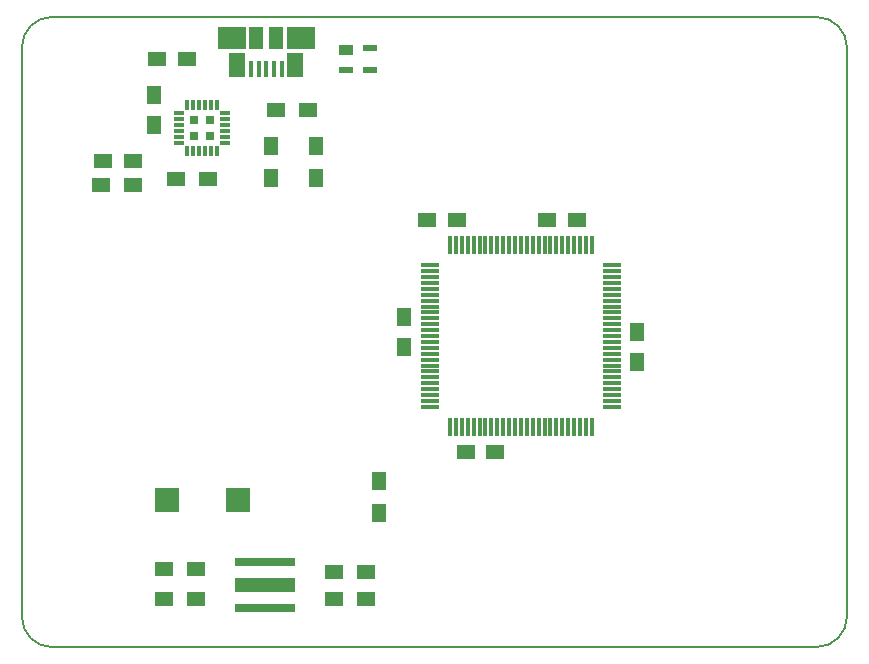
<source format=gbr>
%TF.GenerationSoftware,KiCad,Pcbnew,(5.0.0)*%
%TF.CreationDate,2019-01-27T03:15:10+01:00*%
%TF.ProjectId,AtmegaBreakout,41746D656761427265616B6F75742E6B,rev?*%
%TF.SameCoordinates,Original*%
%TF.FileFunction,Paste,Top*%
%TF.FilePolarity,Positive*%
%FSLAX46Y46*%
G04 Gerber Fmt 4.6, Leading zero omitted, Abs format (unit mm)*
G04 Created by KiCad (PCBNEW (5.0.0)) date 01/27/19 03:15:10*
%MOMM*%
%LPD*%
G01*
G04 APERTURE LIST*
%ADD10C,0.200000*%
%ADD11R,0.780000X0.780000*%
%ADD12R,0.300000X0.850000*%
%ADD13R,0.850000X0.300000*%
%ADD14R,1.300000X1.500000*%
%ADD15R,1.500000X0.300000*%
%ADD16R,0.300000X1.500000*%
%ADD17R,5.100000X0.800000*%
%ADD18R,5.100000X1.300000*%
%ADD19R,2.000000X2.000000*%
%ADD20R,1.500000X1.250000*%
%ADD21R,1.250000X1.500000*%
%ADD22R,1.500000X1.300000*%
%ADD23R,1.310000X0.550000*%
%ADD24R,1.310000X0.940000*%
%ADD25R,1.175000X1.900000*%
%ADD26R,2.375000X1.900000*%
%ADD27R,1.475000X2.100000*%
%ADD28R,0.450000X1.380000*%
G04 APERTURE END LIST*
D10*
X142240000Y-58420000D02*
X142240000Y-106680000D01*
X74930000Y-55880000D02*
X139700000Y-55880000D01*
X72390000Y-106680000D02*
X72390000Y-58420000D01*
X139700000Y-109220000D02*
X74930000Y-109220000D01*
X72390000Y-58420000D02*
G75*
G02X74930000Y-55880000I2540000J0D01*
G01*
X74930000Y-109220000D02*
G75*
G02X72390000Y-106680000I0J2540000D01*
G01*
X142240000Y-106680000D02*
G75*
G02X139700000Y-109220000I-2540000J0D01*
G01*
X139700000Y-55880000D02*
G75*
G02X142240000Y-58420000I0J-2540000D01*
G01*
D11*
X86980000Y-64628000D03*
X86980000Y-65928000D03*
X88280000Y-64628000D03*
X88280000Y-65928000D03*
D12*
X86380000Y-63328000D03*
X86880000Y-63328000D03*
X87380000Y-63328000D03*
X87880000Y-63328000D03*
X88380000Y-63328000D03*
X88880000Y-63328000D03*
D13*
X89580000Y-64028000D03*
X89580000Y-64528000D03*
X89580000Y-65028000D03*
X89580000Y-65528000D03*
X89580000Y-66028000D03*
X89580000Y-66528000D03*
D12*
X88880000Y-67228000D03*
X88380000Y-67228000D03*
X87880000Y-67228000D03*
X87380000Y-67228000D03*
X86880000Y-67228000D03*
X86380000Y-67228000D03*
D13*
X85680000Y-66528000D03*
X85680000Y-66028000D03*
X85680000Y-65528000D03*
X85680000Y-65028000D03*
X85680000Y-64528000D03*
X85680000Y-64028000D03*
D14*
X102616000Y-95170000D03*
X102616000Y-97870000D03*
D15*
X106943000Y-88893000D03*
X106943000Y-88393000D03*
X106943000Y-87893000D03*
X106943000Y-87393000D03*
X106943000Y-86893000D03*
X106943000Y-86393000D03*
X106943000Y-85893000D03*
X106943000Y-85393000D03*
X106943000Y-84893000D03*
X106943000Y-84393000D03*
X106943000Y-83893000D03*
X106943000Y-83393000D03*
X106943000Y-82893000D03*
X106943000Y-82393000D03*
X106943000Y-81893000D03*
X106943000Y-81393000D03*
X106943000Y-80893000D03*
X106943000Y-80393000D03*
X106943000Y-79893000D03*
X106943000Y-79393000D03*
X106943000Y-78893000D03*
X106943000Y-78393000D03*
X106943000Y-77893000D03*
X106943000Y-77393000D03*
D16*
X108643000Y-75193000D03*
X109143000Y-75193000D03*
X109643000Y-75193000D03*
X110143000Y-75193000D03*
X110643000Y-75193000D03*
X111143000Y-75193000D03*
X111643000Y-75193000D03*
X112143000Y-75193000D03*
X112643000Y-75193000D03*
X113143000Y-75193000D03*
X113643000Y-75193000D03*
X114143000Y-75193000D03*
X114643000Y-75193000D03*
X115143000Y-75193000D03*
X115643000Y-75193000D03*
X116143000Y-75193000D03*
X116643000Y-75193000D03*
X117143000Y-75193000D03*
X117643000Y-75193000D03*
X118143000Y-75193000D03*
X118643000Y-75193000D03*
X119143000Y-75193000D03*
X119643000Y-75193000D03*
X120143000Y-75193000D03*
D15*
X122343000Y-76893000D03*
X122343000Y-77393000D03*
X122343000Y-77893000D03*
X122343000Y-78393000D03*
X122343000Y-78893000D03*
X122343000Y-79393000D03*
X122343000Y-79893000D03*
X122343000Y-80393000D03*
X122343000Y-80893000D03*
X122343000Y-81393000D03*
X122343000Y-81893000D03*
X122343000Y-82393000D03*
X122343000Y-82893000D03*
X122343000Y-83393000D03*
X122343000Y-83893000D03*
X122343000Y-84393000D03*
X122343000Y-84893000D03*
X122343000Y-85393000D03*
X122343000Y-85893000D03*
X122343000Y-86393000D03*
X122343000Y-86893000D03*
X122343000Y-87393000D03*
X122343000Y-87893000D03*
X122343000Y-88393000D03*
D16*
X120643000Y-90593000D03*
X120143000Y-90593000D03*
X119643000Y-90593000D03*
X119143000Y-90593000D03*
X118643000Y-90593000D03*
X118143000Y-90593000D03*
X117643000Y-90593000D03*
X117143000Y-90593000D03*
X116643000Y-90593000D03*
X116143000Y-90593000D03*
X115643000Y-90593000D03*
X115143000Y-90593000D03*
X114643000Y-90593000D03*
X114143000Y-90593000D03*
X113643000Y-90593000D03*
X113143000Y-90593000D03*
X112643000Y-90593000D03*
X112143000Y-90593000D03*
X111643000Y-90593000D03*
X111143000Y-90593000D03*
X110643000Y-90593000D03*
X110143000Y-90593000D03*
X109643000Y-90593000D03*
X109143000Y-90593000D03*
X108643000Y-90593000D03*
D15*
X122343000Y-88893000D03*
D16*
X120643000Y-75193000D03*
D15*
X106943000Y-76893000D03*
D17*
X92964000Y-105881000D03*
X92964000Y-101981000D03*
D18*
X92964000Y-103931000D03*
D19*
X90678000Y-96774000D03*
X84678000Y-96774000D03*
D20*
X112482000Y-92710000D03*
X109982000Y-92710000D03*
X109220000Y-73025000D03*
X106720000Y-73025000D03*
D21*
X104775000Y-83780000D03*
X104775000Y-81280000D03*
D22*
X84440000Y-102616000D03*
X87140000Y-102616000D03*
X101553000Y-105156000D03*
X98853000Y-105156000D03*
X87140000Y-105156000D03*
X84440000Y-105156000D03*
X98853000Y-102870000D03*
X101553000Y-102870000D03*
D20*
X116880000Y-73025000D03*
X119380000Y-73025000D03*
D21*
X124460000Y-82550000D03*
X124460000Y-85050000D03*
X83566000Y-62484000D03*
X83566000Y-64984000D03*
D20*
X81788000Y-68072000D03*
X79288000Y-68072000D03*
X86360000Y-59436000D03*
X83860000Y-59436000D03*
D23*
X101838000Y-58476000D03*
D24*
X99838000Y-58676000D03*
D23*
X99838000Y-60396000D03*
X101838000Y-60396000D03*
D22*
X96600000Y-63754000D03*
X93900000Y-63754000D03*
D25*
X92240000Y-57658000D03*
X93920000Y-57658000D03*
D26*
X90170000Y-57658000D03*
X95990000Y-57658000D03*
D27*
X90617500Y-59958000D03*
X95542500Y-59958000D03*
D28*
X91780000Y-60318000D03*
X92430000Y-60318000D03*
X93080000Y-60318000D03*
X93730000Y-60318000D03*
X94380000Y-60318000D03*
D14*
X97282000Y-66802000D03*
X97282000Y-69502000D03*
D22*
X88138000Y-69596000D03*
X85438000Y-69596000D03*
X79088000Y-70104000D03*
X81788000Y-70104000D03*
D14*
X93472000Y-66802000D03*
X93472000Y-69502000D03*
M02*

</source>
